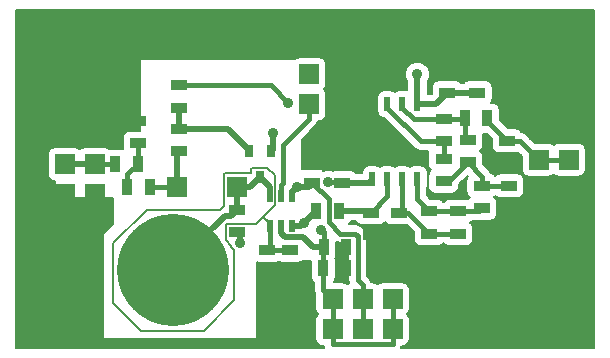
<source format=gbr>
G04 #@! TF.FileFunction,Copper,L2,Bot,Signal*
%FSLAX46Y46*%
G04 Gerber Fmt 4.6, Leading zero omitted, Abs format (unit mm)*
G04 Created by KiCad (PCBNEW 0.201503230816+5530~22~ubuntu14.04.1-product) date Po 23. březen 2015, 23:49:16 CET*
%MOMM*%
G01*
G04 APERTURE LIST*
%ADD10C,0.100000*%
%ADD11R,1.397000X0.889000*%
%ADD12C,9.480265*%
%ADD13R,0.889000X1.397000*%
%ADD14R,1.651000X1.651000*%
%ADD15C,6.000000*%
%ADD16R,0.800100X1.000760*%
%ADD17R,0.508000X1.143000*%
%ADD18R,0.500000X1.000760*%
%ADD19R,0.501040X1.000760*%
%ADD20C,0.889000*%
%ADD21C,0.500000*%
%ADD22C,0.400000*%
%ADD23C,0.200000*%
%ADD24C,0.130000*%
G04 APERTURE END LIST*
D10*
D11*
X19685000Y10731500D03*
X19685000Y12636500D03*
X26035000Y14922500D03*
X26035000Y16827500D03*
D12*
X14249400Y7531100D03*
D11*
X14732000Y19494500D03*
X14732000Y17589500D03*
X24130000Y9207500D03*
X24130000Y7302500D03*
X40005000Y22542500D03*
X40005000Y24447500D03*
X37465000Y22542500D03*
X37465000Y24447500D03*
D13*
X26987500Y9525000D03*
X28892500Y9525000D03*
X28257500Y12573000D03*
X26352500Y12573000D03*
D11*
X28575000Y14922500D03*
X28575000Y16827500D03*
D13*
X26962100Y7670800D03*
X28867100Y7670800D03*
D11*
X35941000Y10604500D03*
X35941000Y12509500D03*
X42672000Y12763500D03*
X42672000Y14668500D03*
X37134800Y18427700D03*
X37134800Y20332700D03*
D13*
X38925500Y20370800D03*
X40830500Y20370800D03*
D14*
X7620000Y13970000D03*
X7620000Y16510000D03*
X7620000Y19050000D03*
X5080000Y19050000D03*
X5080000Y16510000D03*
X5080000Y13970000D03*
X27736800Y5080000D03*
X35356800Y2540000D03*
X30276800Y2540000D03*
X35356800Y5080000D03*
X25196800Y2540000D03*
X27736800Y2540000D03*
X32816800Y2540000D03*
X25196800Y5080000D03*
X32816800Y5080000D03*
X30276800Y5080000D03*
X25781000Y21590000D03*
X25781000Y24130000D03*
X47726600Y14325600D03*
X47726600Y16865600D03*
X47726600Y19405600D03*
X45186600Y19405600D03*
X45186600Y16865600D03*
X45186600Y14325600D03*
D15*
X45720000Y5080000D03*
X45720000Y25400000D03*
X5080000Y25400000D03*
X5080000Y5080000D03*
D11*
X14732000Y21272500D03*
X14732000Y23177500D03*
D13*
X11226800Y16510000D03*
X9321800Y16510000D03*
D11*
X30988000Y10477500D03*
X30988000Y12382500D03*
X38354000Y10604500D03*
X38354000Y12509500D03*
X33401000Y10477500D03*
X33401000Y12382500D03*
X40386000Y12763500D03*
X40386000Y14668500D03*
X37134800Y15074900D03*
X37134800Y16979900D03*
X39166800Y16675100D03*
X39166800Y18580100D03*
X42519600Y18478500D03*
X42519600Y16573500D03*
D16*
X21590000Y15410180D03*
X22542500Y17609820D03*
X20637500Y17609820D03*
D14*
X14605000Y14605000D03*
X19685000Y14605000D03*
D17*
X34925000Y21590000D03*
X33655000Y21590000D03*
X32385000Y21590000D03*
X31115000Y21590000D03*
X31115000Y15240000D03*
X32385000Y15240000D03*
X33655000Y15240000D03*
X34925000Y15240000D03*
D18*
X24320500Y13843000D03*
X23368000Y13843000D03*
D19*
X22415500Y13843000D03*
D18*
X22415500Y11303000D03*
X23368000Y11303000D03*
X24320500Y11303000D03*
D11*
X22225000Y7302500D03*
X22225000Y9207500D03*
X11277600Y18262600D03*
X11277600Y20167600D03*
D13*
X12255500Y14605000D03*
X10350500Y14605000D03*
D20*
X29845000Y19050000D03*
X29819600Y21590000D03*
X28346400Y8534400D03*
X32575500Y8318500D03*
X9372600Y23596600D03*
X17297400Y27914600D03*
X22123400Y27482800D03*
X28117800Y27279600D03*
X32842200Y27381200D03*
X37846000Y26898600D03*
X27076400Y18288000D03*
X33680400Y17322800D03*
X38455600Y8813800D03*
X42113200Y10185400D03*
X6477000Y10998200D03*
X2895600Y9906000D03*
X2895600Y20980400D03*
X23139400Y6400800D03*
X22659998Y19104442D03*
X34925000Y24130000D03*
X24770447Y14599689D03*
X25307063Y11527563D03*
X19905361Y9842500D03*
X24003000Y21717000D03*
X27378002Y14986000D03*
X26797000Y10922000D03*
D21*
X14732000Y19494500D02*
X18853150Y19494500D01*
X18853150Y19494500D02*
X20637500Y17710150D01*
X20637500Y17710150D02*
X20637500Y17609820D01*
D22*
X14752320Y19514820D02*
X14732000Y19494500D01*
D21*
X14732000Y19494500D02*
X14732000Y21272500D01*
D22*
X24130000Y9207500D02*
X22225000Y9207500D01*
D23*
X22415500Y11493500D02*
X22098000Y11811000D01*
X22415500Y11303000D02*
X22415500Y11493500D01*
D22*
X22475190Y9080500D02*
X21742400Y9080500D01*
X22415500Y11303000D02*
X22415500Y9140190D01*
X21742400Y9080500D02*
X21691600Y9131300D01*
D24*
X22860000Y13081000D02*
X22860000Y14986000D01*
D23*
X21841460Y12062460D02*
X21846540Y12062460D01*
X22860000Y13081000D02*
X21841460Y12062460D01*
X21846540Y12062460D02*
X22326600Y11582400D01*
X21255001Y11476001D02*
X21841460Y12062460D01*
X18746499Y11476001D02*
X21255001Y11476001D01*
X18686499Y11416001D02*
X18746499Y11476001D01*
X18686499Y10046999D02*
X18686499Y11416001D01*
X19160860Y9572638D02*
X18686499Y10046999D01*
X19376249Y9269750D02*
X19160860Y9485139D01*
X11493500Y2413000D02*
X16827500Y2413000D01*
X12014691Y12660133D02*
X9180001Y9825443D01*
X18542000Y12969831D02*
X18232302Y12660133D01*
X19160860Y9485139D02*
X19160860Y9572638D01*
X20750501Y15730501D02*
X18619499Y15730501D01*
X16827500Y2413000D02*
X19376249Y4961749D01*
X20810501Y15790501D02*
X20750501Y15730501D01*
X20810501Y16071113D02*
X20810501Y15790501D01*
X18619499Y15730501D02*
X18542000Y15653002D01*
X18542000Y15653002D02*
X18542000Y12969831D01*
X18232302Y12660133D02*
X12014691Y12660133D01*
X22230051Y16210561D02*
X20949949Y16210561D01*
X19376249Y4961749D02*
X19376249Y9269750D01*
X22860000Y15580612D02*
X22230051Y16210561D01*
X9180001Y9825443D02*
X9180001Y4726499D01*
X9180001Y4726499D02*
X11493500Y2413000D01*
X22860000Y14986000D02*
X22860000Y15580612D01*
X20949949Y16210561D02*
X20810501Y16071113D01*
D22*
X29819600Y19024600D02*
X29845000Y19050000D01*
X28575000Y16827500D02*
X29819600Y19024600D01*
X29819600Y21590000D02*
X31115000Y21590000D01*
X23520400Y6756400D02*
X25196800Y5080000D01*
X23520400Y7150100D02*
X23520400Y6756400D01*
X25196800Y5080000D02*
X25196800Y2540000D01*
X30988000Y10477500D02*
X33401000Y10477500D01*
X28892500Y9080500D02*
X28346400Y8534400D01*
X28892500Y9525000D02*
X28892500Y9080500D01*
X30988000Y10477500D02*
X31242000Y10477500D01*
X31242000Y10477500D02*
X32575500Y9144000D01*
X32575500Y9144000D02*
X32575500Y8947117D01*
X32575500Y8947117D02*
X32575500Y8318500D01*
X7620000Y21844000D02*
X9372600Y23596600D01*
X7620000Y19050000D02*
X7620000Y21844000D01*
X21691600Y27914600D02*
X22123400Y27482800D01*
X17297400Y27914600D02*
X21691600Y27914600D01*
X32740600Y27279600D02*
X32842200Y27381200D01*
X28117800Y27279600D02*
X32740600Y27279600D01*
X37846000Y26606500D02*
X40005000Y24447500D01*
X37846000Y26898600D02*
X37846000Y26606500D01*
X26035000Y17246600D02*
X27076400Y18288000D01*
X26035000Y16827500D02*
X26035000Y17246600D01*
X37960300Y8318500D02*
X38455600Y8813800D01*
X32575500Y8318500D02*
X37960300Y8318500D01*
X42113200Y12204700D02*
X42672000Y12763500D01*
X42113200Y10185400D02*
X42113200Y12204700D01*
X7620000Y12141200D02*
X6477000Y10998200D01*
X7620000Y13970000D02*
X7620000Y12141200D01*
X2895600Y9906000D02*
X2895600Y20980400D01*
X23126700Y6400800D02*
X22225000Y7302500D01*
X23139400Y6400800D02*
X23126700Y6400800D01*
D21*
X22659998Y19104442D02*
X22659998Y17727318D01*
X22659998Y17727318D02*
X22542500Y17609820D01*
X34925000Y24130000D02*
X34925000Y21590000D01*
X24770447Y14599689D02*
X25712189Y14599689D01*
X25712189Y14599689D02*
X26035000Y14922500D01*
X24320500Y13843000D02*
X24320500Y14149742D01*
X24320500Y14149742D02*
X24770447Y14599689D01*
X34925000Y21590000D02*
X36512500Y21590000D01*
X36512500Y21590000D02*
X37465000Y22542500D01*
X40005000Y22542500D02*
X37465000Y22542500D01*
D22*
X30276800Y2540000D02*
X30276800Y5080000D01*
X29657001Y10623501D02*
X29889499Y10391003D01*
X28390899Y10623501D02*
X29657001Y10623501D01*
X30276800Y6305500D02*
X30276800Y5080000D01*
X27412999Y11601401D02*
X28390899Y10623501D01*
X29889499Y6692801D02*
X30276800Y6305500D01*
X27412999Y13544501D02*
X27412999Y11601401D01*
X26035000Y14922500D02*
X27412999Y13544501D01*
X29889499Y10391003D02*
X29889499Y6692801D01*
X24320500Y13843000D02*
X24320500Y13906500D01*
D21*
X25082500Y11303000D02*
X25307063Y11527563D01*
X25307063Y11527563D02*
X26352500Y12573000D01*
X24320500Y11303000D02*
X25082500Y11303000D01*
X19685000Y10668000D02*
X19685000Y10671991D01*
X19704487Y10671991D02*
X19685000Y10671991D01*
X19905361Y10471117D02*
X19704487Y10671991D01*
X19905361Y9842500D02*
X19905361Y10471117D01*
D22*
X14732000Y23177500D02*
X22542500Y23177500D01*
X22542500Y23177500D02*
X24003000Y21717000D01*
X27378002Y14986000D02*
X28511500Y14986000D01*
X28511500Y14986000D02*
X28575000Y14922500D01*
X26987500Y9525000D02*
X26987500Y10731500D01*
X26987500Y10731500D02*
X26797000Y10922000D01*
D21*
X28575000Y14922500D02*
X28206065Y14922500D01*
X23368000Y11303000D02*
X23368000Y10695118D01*
X23368000Y10695118D02*
X23710499Y10352619D01*
X23710499Y10352619D02*
X25215381Y10352619D01*
X25215381Y10352619D02*
X26043000Y9525000D01*
X14795500Y23114000D02*
X14732000Y23177500D01*
D22*
X26962100Y5854700D02*
X27736800Y5080000D01*
X26962100Y7670800D02*
X26962100Y5854700D01*
X26962100Y9499600D02*
X26987500Y9525000D01*
X26962100Y7670800D02*
X26962100Y9499600D01*
D21*
X26987500Y9525000D02*
X26043000Y9525000D01*
D22*
X27736800Y5080000D02*
X27736800Y2540000D01*
X32816800Y1314500D02*
X32816800Y2540000D01*
X27736801Y1314499D02*
X32816800Y1314500D01*
X27736800Y2540000D02*
X27736801Y1314499D01*
X32816800Y2540000D02*
X32816800Y5080000D01*
D21*
X28575000Y14922500D02*
X28206700Y14922500D01*
X30797500Y14922500D02*
X31115000Y15240000D01*
X28575000Y14922500D02*
X30797500Y14922500D01*
D22*
X30988000Y12382500D02*
X32385000Y13779500D01*
X32385000Y13779500D02*
X32385000Y15461000D01*
D21*
X28257500Y12573000D02*
X30797500Y12573000D01*
X30797500Y12573000D02*
X30988000Y12382500D01*
D22*
X35941000Y10604500D02*
X38354000Y10604500D01*
X33401000Y12382500D02*
X34163000Y12382500D01*
X34163000Y12382500D02*
X35941000Y10604500D01*
X33655000Y15461000D02*
X33655000Y12636500D01*
X33655000Y12636500D02*
X33401000Y12382500D01*
X35941000Y12509500D02*
X38354000Y12509500D01*
X34925000Y15461000D02*
X34925000Y13525500D01*
X34925000Y13525500D02*
X35941000Y12509500D01*
X40132000Y12509500D02*
X40386000Y12763500D01*
X38354000Y12509500D02*
X40132000Y12509500D01*
X40132000Y14922500D02*
X40386000Y14668500D01*
X37566600Y15074900D02*
X39166800Y16675100D01*
X37134800Y15074900D02*
X37566600Y15074900D01*
X40386000Y15455900D02*
X39166800Y16675100D01*
X40386000Y14668500D02*
X40386000Y15455900D01*
X42672000Y14668500D02*
X40386000Y14668500D01*
X32385000Y21272500D02*
X32385000Y21590000D01*
X35229800Y18427700D02*
X32385000Y21272500D01*
X37134800Y18427700D02*
X35229800Y18427700D01*
X37134800Y16979900D02*
X37134800Y18427700D01*
X36036300Y20332700D02*
X37134800Y20332700D01*
X34594800Y20332700D02*
X36036300Y20332700D01*
X33655000Y21272500D02*
X34594800Y20332700D01*
X33655000Y21590000D02*
X33655000Y21272500D01*
X38887400Y20332700D02*
X38925500Y20370800D01*
X37134800Y20332700D02*
X38887400Y20332700D01*
X38925500Y18821400D02*
X39166800Y18580100D01*
X38925500Y20370800D02*
X38925500Y18821400D01*
X40830500Y20167600D02*
X42519600Y18478500D01*
X40830500Y20370800D02*
X40830500Y20167600D01*
X43573700Y18478500D02*
X45186600Y16865600D01*
X42519600Y18478500D02*
X43573700Y18478500D01*
X45186600Y16865600D02*
X47726600Y16865600D01*
X23368000Y13843000D02*
X23368000Y14743380D01*
X23368000Y14743380D02*
X23504499Y14879879D01*
X25781000Y20364500D02*
X25781000Y21590000D01*
X23504499Y14879879D02*
X23504499Y18087999D01*
X23504499Y18087999D02*
X25781000Y20364500D01*
X9321800Y16510000D02*
X7620000Y16510000D01*
D21*
X5080000Y16510000D02*
X7620000Y16510000D01*
D22*
X12255500Y14605000D02*
X14605000Y14605000D01*
D21*
X14605000Y14605000D02*
X14605000Y16564490D01*
X14605000Y16564490D02*
X14605000Y17462500D01*
X14605000Y17462500D02*
X14732000Y17589500D01*
X22415500Y13843000D02*
X22415500Y14584680D01*
X22415500Y14584680D02*
X21590000Y15410180D01*
X13978000Y7620000D02*
X13970000Y7620000D01*
X14478000Y7747000D02*
X14478000Y8249833D01*
X20784820Y14605000D02*
X19685000Y14605000D01*
X21590000Y15410180D02*
X20784820Y14605000D01*
X14025500Y7620000D02*
X13970000Y7620000D01*
X19685000Y12636500D02*
X19685000Y14605000D01*
X14427200Y7934533D02*
X14427200Y7493000D01*
X18602790Y12110123D02*
X14427200Y7934533D01*
X19158623Y12110123D02*
X18602790Y12110123D01*
X19685000Y12636500D02*
X19158623Y12110123D01*
D22*
X11277600Y18262600D02*
X11277600Y16560800D01*
X11277600Y16560800D02*
X11226800Y16510000D01*
X10350500Y14605000D02*
X10350500Y15633700D01*
X10350500Y15633700D02*
X11226800Y16510000D01*
D23*
G36*
X29134804Y6424814D02*
X29015716Y6346586D01*
X29007635Y6334615D01*
X29003386Y6341084D01*
X28801326Y6477476D01*
X28562300Y6525411D01*
X27833349Y6525411D01*
X27842184Y6531214D01*
X27978576Y6733274D01*
X28026511Y6972300D01*
X28026511Y8369300D01*
X27988599Y8564695D01*
X28003976Y8587474D01*
X28051911Y8826500D01*
X28051911Y9896904D01*
X28081690Y9877007D01*
X28081691Y9877006D01*
X28390899Y9815501D01*
X29081499Y9815501D01*
X29081499Y6692801D01*
X29134804Y6424814D01*
X29134804Y6424814D01*
G37*
X29134804Y6424814D02*
X29015716Y6346586D01*
X29007635Y6334615D01*
X29003386Y6341084D01*
X28801326Y6477476D01*
X28562300Y6525411D01*
X27833349Y6525411D01*
X27842184Y6531214D01*
X27978576Y6733274D01*
X28026511Y6972300D01*
X28026511Y8369300D01*
X27988599Y8564695D01*
X28003976Y8587474D01*
X28051911Y8826500D01*
X28051911Y9896904D01*
X28081690Y9877007D01*
X28081691Y9877006D01*
X28390899Y9815501D01*
X29081499Y9815501D01*
X29081499Y6692801D01*
X29134804Y6424814D01*
G36*
X49886000Y914000D02*
X33502295Y914000D01*
X33563295Y1005292D01*
X33581057Y1094589D01*
X33642300Y1094589D01*
X33874128Y1139569D01*
X34077884Y1273414D01*
X34214276Y1475474D01*
X34262211Y1714500D01*
X34262211Y3365500D01*
X34217231Y3597328D01*
X34083386Y3801084D01*
X34071414Y3809165D01*
X34077884Y3813414D01*
X34214276Y4015474D01*
X34262211Y4254500D01*
X34262211Y5905500D01*
X34217231Y6137328D01*
X34083386Y6341084D01*
X33881326Y6477476D01*
X33642300Y6525411D01*
X31991300Y6525411D01*
X31759472Y6480431D01*
X31555716Y6346586D01*
X31547635Y6334615D01*
X31543386Y6341084D01*
X31341326Y6477476D01*
X31102300Y6525411D01*
X31041057Y6525411D01*
X31033499Y6563409D01*
X31023295Y6614708D01*
X31023295Y6614709D01*
X30848142Y6876842D01*
X30848142Y6876843D01*
X30697499Y7027485D01*
X30697499Y10391003D01*
X30635994Y10700211D01*
X30460841Y10962345D01*
X30228343Y11194843D01*
X29966210Y11369996D01*
X29657001Y11431501D01*
X29134671Y11431501D01*
X29137584Y11433414D01*
X29273976Y11635474D01*
X29289924Y11715000D01*
X29712856Y11715000D01*
X29714569Y11706172D01*
X29848414Y11502416D01*
X30050474Y11366024D01*
X30289500Y11318089D01*
X31686500Y11318089D01*
X31918328Y11363069D01*
X32122084Y11496914D01*
X32194528Y11604238D01*
X32261414Y11502416D01*
X32463474Y11366024D01*
X32702500Y11318089D01*
X34084727Y11318089D01*
X34622589Y10780227D01*
X34622589Y10160000D01*
X34667569Y9928172D01*
X34801414Y9724416D01*
X35003474Y9588024D01*
X35242500Y9540089D01*
X36639500Y9540089D01*
X36871328Y9585069D01*
X37075084Y9718914D01*
X37127455Y9796500D01*
X37167062Y9796500D01*
X37214414Y9724416D01*
X37416474Y9588024D01*
X37655500Y9540089D01*
X39052500Y9540089D01*
X39284328Y9585069D01*
X39488084Y9718914D01*
X39624476Y9920974D01*
X39672411Y10160000D01*
X39672411Y11049000D01*
X39627431Y11280828D01*
X39493586Y11484584D01*
X39386262Y11557029D01*
X39488084Y11623914D01*
X39540455Y11701500D01*
X39675477Y11701500D01*
X39687500Y11699089D01*
X41084500Y11699089D01*
X41316328Y11744069D01*
X41520084Y11877914D01*
X41656476Y12079974D01*
X41704411Y12319000D01*
X41704411Y13208000D01*
X41659431Y13439828D01*
X41525586Y13643584D01*
X41418262Y13716029D01*
X41520084Y13782914D01*
X41528164Y13794886D01*
X41532414Y13788416D01*
X41734474Y13652024D01*
X41973500Y13604089D01*
X43370500Y13604089D01*
X43602328Y13649069D01*
X43806084Y13782914D01*
X43942476Y13984974D01*
X43990411Y14224000D01*
X43990411Y15113000D01*
X43945431Y15344828D01*
X43811586Y15548584D01*
X43609526Y15684976D01*
X43370500Y15732911D01*
X41973500Y15732911D01*
X41741672Y15687931D01*
X41537916Y15554086D01*
X41529835Y15542115D01*
X41525586Y15548584D01*
X41323526Y15684976D01*
X41141159Y15721549D01*
X41132495Y15765108D01*
X41132495Y15765109D01*
X40957342Y16027242D01*
X40485211Y16499373D01*
X40485211Y17119600D01*
X40440231Y17351428D01*
X40306386Y17555184D01*
X40199062Y17627629D01*
X40300884Y17694514D01*
X40437276Y17896574D01*
X40485211Y18135600D01*
X40485211Y19024600D01*
X40479819Y19052389D01*
X40803027Y19052389D01*
X41201189Y18654227D01*
X41201189Y18034000D01*
X41246169Y17802172D01*
X41380014Y17598416D01*
X41582074Y17462024D01*
X41821100Y17414089D01*
X43218100Y17414089D01*
X43449928Y17459069D01*
X43450241Y17459275D01*
X43741189Y17168327D01*
X43741189Y16040100D01*
X43786169Y15808272D01*
X43920014Y15604516D01*
X44122074Y15468124D01*
X44361100Y15420189D01*
X46012100Y15420189D01*
X46243928Y15465169D01*
X46447684Y15599014D01*
X46455764Y15610986D01*
X46460014Y15604516D01*
X46662074Y15468124D01*
X46901100Y15420189D01*
X48552100Y15420189D01*
X48783928Y15465169D01*
X48987684Y15599014D01*
X49124076Y15801074D01*
X49172011Y16040100D01*
X49172011Y17691100D01*
X49127031Y17922928D01*
X48993186Y18126684D01*
X48791126Y18263076D01*
X48552100Y18311011D01*
X46901100Y18311011D01*
X46669272Y18266031D01*
X46465516Y18132186D01*
X46457435Y18120215D01*
X46453186Y18126684D01*
X46251126Y18263076D01*
X46012100Y18311011D01*
X44883873Y18311011D01*
X44145042Y19049842D01*
X43882909Y19224995D01*
X43726502Y19256106D01*
X43659186Y19358584D01*
X43457126Y19494976D01*
X43218100Y19542911D01*
X42597873Y19542911D01*
X41894911Y20245873D01*
X41894911Y21069300D01*
X41849931Y21301128D01*
X41716086Y21504884D01*
X41514026Y21641276D01*
X41275000Y21689211D01*
X41160884Y21689211D01*
X41275476Y21858974D01*
X41323411Y22098000D01*
X41323411Y22987000D01*
X41278431Y23218828D01*
X41144586Y23422584D01*
X40942526Y23558976D01*
X40703500Y23606911D01*
X39306500Y23606911D01*
X39074672Y23561931D01*
X38870916Y23428086D01*
X38852295Y23400500D01*
X38619092Y23400500D01*
X38604586Y23422584D01*
X38402526Y23558976D01*
X38163500Y23606911D01*
X36766500Y23606911D01*
X36534672Y23561931D01*
X36330916Y23428086D01*
X36194524Y23226026D01*
X36146589Y22987000D01*
X36146589Y22448000D01*
X35783000Y22448000D01*
X35783000Y23499341D01*
X35816746Y23533028D01*
X35977317Y23919726D01*
X35977683Y24338437D01*
X35817787Y24725415D01*
X35521972Y25021746D01*
X35135274Y25182317D01*
X34716563Y25182683D01*
X34329585Y25022787D01*
X34033254Y24726972D01*
X33872683Y24340274D01*
X33872317Y23921563D01*
X34032213Y23534585D01*
X34067000Y23499737D01*
X34067000Y22749725D01*
X33909000Y22781411D01*
X33401000Y22781411D01*
X33169172Y22736431D01*
X33019400Y22638048D01*
X32878026Y22733476D01*
X32639000Y22781411D01*
X32131000Y22781411D01*
X31899172Y22736431D01*
X31695416Y22602586D01*
X31559024Y22400526D01*
X31511089Y22161500D01*
X31511089Y21018500D01*
X31556069Y20786672D01*
X31689914Y20582916D01*
X31891974Y20446524D01*
X32112521Y20402295D01*
X34658458Y17856358D01*
X34920592Y17681205D01*
X35229800Y17619700D01*
X35855555Y17619700D01*
X35816389Y17424400D01*
X35816389Y16535400D01*
X35861369Y16303572D01*
X35995214Y16099816D01*
X36102537Y16027372D01*
X36000716Y15960486D01*
X35864324Y15758426D01*
X35816389Y15519400D01*
X35816389Y14630400D01*
X35861369Y14398572D01*
X35995214Y14194816D01*
X36197274Y14058424D01*
X36436300Y14010489D01*
X37833300Y14010489D01*
X38065128Y14055469D01*
X38268884Y14189314D01*
X38405276Y14391374D01*
X38453211Y14630400D01*
X38453211Y14818827D01*
X39166800Y15532416D01*
X39208882Y15490334D01*
X39115524Y15352026D01*
X39067589Y15113000D01*
X39067589Y14224000D01*
X39112569Y13992172D01*
X39246414Y13788416D01*
X39353737Y13715972D01*
X39251916Y13649086D01*
X39183446Y13547651D01*
X39052500Y13573911D01*
X37655500Y13573911D01*
X37423672Y13528931D01*
X37219916Y13395086D01*
X37167544Y13317500D01*
X37127937Y13317500D01*
X37080586Y13389584D01*
X36878526Y13525976D01*
X36639500Y13573911D01*
X36019273Y13573911D01*
X35733000Y13860184D01*
X35733000Y14402844D01*
X35750976Y14429474D01*
X35798911Y14668500D01*
X35798911Y15811500D01*
X35753931Y16043328D01*
X35620086Y16247084D01*
X35418026Y16383476D01*
X35179000Y16431411D01*
X34671000Y16431411D01*
X34439172Y16386431D01*
X34289400Y16288048D01*
X34148026Y16383476D01*
X33909000Y16431411D01*
X33401000Y16431411D01*
X33169172Y16386431D01*
X33019400Y16288048D01*
X32878026Y16383476D01*
X32639000Y16431411D01*
X32131000Y16431411D01*
X31899172Y16386431D01*
X31749400Y16288048D01*
X31608026Y16383476D01*
X31369000Y16431411D01*
X30861000Y16431411D01*
X30629172Y16386431D01*
X30425416Y16252586D01*
X30289024Y16050526D01*
X30241089Y15811500D01*
X30241089Y15780500D01*
X29729092Y15780500D01*
X29714586Y15802584D01*
X29512526Y15938976D01*
X29273500Y15986911D01*
X27876500Y15986911D01*
X27764437Y15965169D01*
X27588276Y16038317D01*
X27169565Y16038683D01*
X26942721Y15944954D01*
X26897000Y15954123D01*
X26897000Y16102000D01*
X25119000Y16102000D01*
X25119000Y18559816D01*
X26352342Y19793158D01*
X26352343Y19793158D01*
X26527495Y20055292D01*
X26545257Y20144589D01*
X26606500Y20144589D01*
X26838328Y20189569D01*
X27042084Y20323414D01*
X27178476Y20525474D01*
X27226411Y20764500D01*
X27226411Y22415500D01*
X27181431Y22647328D01*
X27047586Y22851084D01*
X27035614Y22859165D01*
X27042084Y22863414D01*
X27178476Y23065474D01*
X27226411Y23304500D01*
X27226411Y24955500D01*
X27181431Y25187328D01*
X27047586Y25391084D01*
X26845526Y25527476D01*
X26606500Y25575411D01*
X24955500Y25575411D01*
X24723672Y25530431D01*
X24519916Y25396586D01*
X24503995Y25373000D01*
X11457000Y25373000D01*
X11457000Y19327011D01*
X10579100Y19327011D01*
X10347272Y19282031D01*
X10143516Y19148186D01*
X10007124Y18946126D01*
X9959189Y18707100D01*
X9959189Y17818100D01*
X9964916Y17788580D01*
X9766300Y17828411D01*
X8877300Y17828411D01*
X8818546Y17817012D01*
X8684526Y17907476D01*
X8445500Y17955411D01*
X6794500Y17955411D01*
X6562672Y17910431D01*
X6358916Y17776586D01*
X6350835Y17764615D01*
X6346586Y17771084D01*
X6144526Y17907476D01*
X5905500Y17955411D01*
X4254500Y17955411D01*
X4022672Y17910431D01*
X3818916Y17776586D01*
X3682524Y17574526D01*
X3634589Y17335500D01*
X3634589Y15684500D01*
X3679569Y15452672D01*
X3813414Y15248916D01*
X4015474Y15112524D01*
X4218000Y15071909D01*
X4218000Y13616000D01*
X9171000Y13616000D01*
X9171000Y11471421D01*
X8282000Y10582421D01*
X8282000Y1678000D01*
X21334400Y1678000D01*
X21334400Y8181614D01*
X21526500Y8143089D01*
X22923500Y8143089D01*
X23155328Y8188069D01*
X23176372Y8201893D01*
X23192474Y8191024D01*
X23431500Y8143089D01*
X24828500Y8143089D01*
X25060328Y8188069D01*
X25203321Y8282000D01*
X25897689Y8282000D01*
X25897689Y6972300D01*
X25942669Y6740472D01*
X26076514Y6536716D01*
X26154100Y6484345D01*
X26154100Y5854700D01*
X26215605Y5545491D01*
X26291389Y5432073D01*
X26291389Y4254500D01*
X26336369Y4022672D01*
X26470214Y3818916D01*
X26482185Y3810836D01*
X26475716Y3806586D01*
X26339324Y3604526D01*
X26291389Y3365500D01*
X26291389Y1714500D01*
X26336369Y1482672D01*
X26470214Y1278916D01*
X26672274Y1142524D01*
X26911300Y1094589D01*
X26972543Y1094589D01*
X26990306Y1005290D01*
X27051304Y914000D01*
X914000Y914000D01*
X914000Y29566000D01*
X49886000Y29566000D01*
X49886000Y914000D01*
X49886000Y914000D01*
G37*
X49886000Y914000D02*
X33502295Y914000D01*
X33563295Y1005292D01*
X33581057Y1094589D01*
X33642300Y1094589D01*
X33874128Y1139569D01*
X34077884Y1273414D01*
X34214276Y1475474D01*
X34262211Y1714500D01*
X34262211Y3365500D01*
X34217231Y3597328D01*
X34083386Y3801084D01*
X34071414Y3809165D01*
X34077884Y3813414D01*
X34214276Y4015474D01*
X34262211Y4254500D01*
X34262211Y5905500D01*
X34217231Y6137328D01*
X34083386Y6341084D01*
X33881326Y6477476D01*
X33642300Y6525411D01*
X31991300Y6525411D01*
X31759472Y6480431D01*
X31555716Y6346586D01*
X31547635Y6334615D01*
X31543386Y6341084D01*
X31341326Y6477476D01*
X31102300Y6525411D01*
X31041057Y6525411D01*
X31033499Y6563409D01*
X31023295Y6614708D01*
X31023295Y6614709D01*
X30848142Y6876842D01*
X30848142Y6876843D01*
X30697499Y7027485D01*
X30697499Y10391003D01*
X30635994Y10700211D01*
X30460841Y10962345D01*
X30228343Y11194843D01*
X29966210Y11369996D01*
X29657001Y11431501D01*
X29134671Y11431501D01*
X29137584Y11433414D01*
X29273976Y11635474D01*
X29289924Y11715000D01*
X29712856Y11715000D01*
X29714569Y11706172D01*
X29848414Y11502416D01*
X30050474Y11366024D01*
X30289500Y11318089D01*
X31686500Y11318089D01*
X31918328Y11363069D01*
X32122084Y11496914D01*
X32194528Y11604238D01*
X32261414Y11502416D01*
X32463474Y11366024D01*
X32702500Y11318089D01*
X34084727Y11318089D01*
X34622589Y10780227D01*
X34622589Y10160000D01*
X34667569Y9928172D01*
X34801414Y9724416D01*
X35003474Y9588024D01*
X35242500Y9540089D01*
X36639500Y9540089D01*
X36871328Y9585069D01*
X37075084Y9718914D01*
X37127455Y9796500D01*
X37167062Y9796500D01*
X37214414Y9724416D01*
X37416474Y9588024D01*
X37655500Y9540089D01*
X39052500Y9540089D01*
X39284328Y9585069D01*
X39488084Y9718914D01*
X39624476Y9920974D01*
X39672411Y10160000D01*
X39672411Y11049000D01*
X39627431Y11280828D01*
X39493586Y11484584D01*
X39386262Y11557029D01*
X39488084Y11623914D01*
X39540455Y11701500D01*
X39675477Y11701500D01*
X39687500Y11699089D01*
X41084500Y11699089D01*
X41316328Y11744069D01*
X41520084Y11877914D01*
X41656476Y12079974D01*
X41704411Y12319000D01*
X41704411Y13208000D01*
X41659431Y13439828D01*
X41525586Y13643584D01*
X41418262Y13716029D01*
X41520084Y13782914D01*
X41528164Y13794886D01*
X41532414Y13788416D01*
X41734474Y13652024D01*
X41973500Y13604089D01*
X43370500Y13604089D01*
X43602328Y13649069D01*
X43806084Y13782914D01*
X43942476Y13984974D01*
X43990411Y14224000D01*
X43990411Y15113000D01*
X43945431Y15344828D01*
X43811586Y15548584D01*
X43609526Y15684976D01*
X43370500Y15732911D01*
X41973500Y15732911D01*
X41741672Y15687931D01*
X41537916Y15554086D01*
X41529835Y15542115D01*
X41525586Y15548584D01*
X41323526Y15684976D01*
X41141159Y15721549D01*
X41132495Y15765108D01*
X41132495Y15765109D01*
X40957342Y16027242D01*
X40485211Y16499373D01*
X40485211Y17119600D01*
X40440231Y17351428D01*
X40306386Y17555184D01*
X40199062Y17627629D01*
X40300884Y17694514D01*
X40437276Y17896574D01*
X40485211Y18135600D01*
X40485211Y19024600D01*
X40479819Y19052389D01*
X40803027Y19052389D01*
X41201189Y18654227D01*
X41201189Y18034000D01*
X41246169Y17802172D01*
X41380014Y17598416D01*
X41582074Y17462024D01*
X41821100Y17414089D01*
X43218100Y17414089D01*
X43449928Y17459069D01*
X43450241Y17459275D01*
X43741189Y17168327D01*
X43741189Y16040100D01*
X43786169Y15808272D01*
X43920014Y15604516D01*
X44122074Y15468124D01*
X44361100Y15420189D01*
X46012100Y15420189D01*
X46243928Y15465169D01*
X46447684Y15599014D01*
X46455764Y15610986D01*
X46460014Y15604516D01*
X46662074Y15468124D01*
X46901100Y15420189D01*
X48552100Y15420189D01*
X48783928Y15465169D01*
X48987684Y15599014D01*
X49124076Y15801074D01*
X49172011Y16040100D01*
X49172011Y17691100D01*
X49127031Y17922928D01*
X48993186Y18126684D01*
X48791126Y18263076D01*
X48552100Y18311011D01*
X46901100Y18311011D01*
X46669272Y18266031D01*
X46465516Y18132186D01*
X46457435Y18120215D01*
X46453186Y18126684D01*
X46251126Y18263076D01*
X46012100Y18311011D01*
X44883873Y18311011D01*
X44145042Y19049842D01*
X43882909Y19224995D01*
X43726502Y19256106D01*
X43659186Y19358584D01*
X43457126Y19494976D01*
X43218100Y19542911D01*
X42597873Y19542911D01*
X41894911Y20245873D01*
X41894911Y21069300D01*
X41849931Y21301128D01*
X41716086Y21504884D01*
X41514026Y21641276D01*
X41275000Y21689211D01*
X41160884Y21689211D01*
X41275476Y21858974D01*
X41323411Y22098000D01*
X41323411Y22987000D01*
X41278431Y23218828D01*
X41144586Y23422584D01*
X40942526Y23558976D01*
X40703500Y23606911D01*
X39306500Y23606911D01*
X39074672Y23561931D01*
X38870916Y23428086D01*
X38852295Y23400500D01*
X38619092Y23400500D01*
X38604586Y23422584D01*
X38402526Y23558976D01*
X38163500Y23606911D01*
X36766500Y23606911D01*
X36534672Y23561931D01*
X36330916Y23428086D01*
X36194524Y23226026D01*
X36146589Y22987000D01*
X36146589Y22448000D01*
X35783000Y22448000D01*
X35783000Y23499341D01*
X35816746Y23533028D01*
X35977317Y23919726D01*
X35977683Y24338437D01*
X35817787Y24725415D01*
X35521972Y25021746D01*
X35135274Y25182317D01*
X34716563Y25182683D01*
X34329585Y25022787D01*
X34033254Y24726972D01*
X33872683Y24340274D01*
X33872317Y23921563D01*
X34032213Y23534585D01*
X34067000Y23499737D01*
X34067000Y22749725D01*
X33909000Y22781411D01*
X33401000Y22781411D01*
X33169172Y22736431D01*
X33019400Y22638048D01*
X32878026Y22733476D01*
X32639000Y22781411D01*
X32131000Y22781411D01*
X31899172Y22736431D01*
X31695416Y22602586D01*
X31559024Y22400526D01*
X31511089Y22161500D01*
X31511089Y21018500D01*
X31556069Y20786672D01*
X31689914Y20582916D01*
X31891974Y20446524D01*
X32112521Y20402295D01*
X34658458Y17856358D01*
X34920592Y17681205D01*
X35229800Y17619700D01*
X35855555Y17619700D01*
X35816389Y17424400D01*
X35816389Y16535400D01*
X35861369Y16303572D01*
X35995214Y16099816D01*
X36102537Y16027372D01*
X36000716Y15960486D01*
X35864324Y15758426D01*
X35816389Y15519400D01*
X35816389Y14630400D01*
X35861369Y14398572D01*
X35995214Y14194816D01*
X36197274Y14058424D01*
X36436300Y14010489D01*
X37833300Y14010489D01*
X38065128Y14055469D01*
X38268884Y14189314D01*
X38405276Y14391374D01*
X38453211Y14630400D01*
X38453211Y14818827D01*
X39166800Y15532416D01*
X39208882Y15490334D01*
X39115524Y15352026D01*
X39067589Y15113000D01*
X39067589Y14224000D01*
X39112569Y13992172D01*
X39246414Y13788416D01*
X39353737Y13715972D01*
X39251916Y13649086D01*
X39183446Y13547651D01*
X39052500Y13573911D01*
X37655500Y13573911D01*
X37423672Y13528931D01*
X37219916Y13395086D01*
X37167544Y13317500D01*
X37127937Y13317500D01*
X37080586Y13389584D01*
X36878526Y13525976D01*
X36639500Y13573911D01*
X36019273Y13573911D01*
X35733000Y13860184D01*
X35733000Y14402844D01*
X35750976Y14429474D01*
X35798911Y14668500D01*
X35798911Y15811500D01*
X35753931Y16043328D01*
X35620086Y16247084D01*
X35418026Y16383476D01*
X35179000Y16431411D01*
X34671000Y16431411D01*
X34439172Y16386431D01*
X34289400Y16288048D01*
X34148026Y16383476D01*
X33909000Y16431411D01*
X33401000Y16431411D01*
X33169172Y16386431D01*
X33019400Y16288048D01*
X32878026Y16383476D01*
X32639000Y16431411D01*
X32131000Y16431411D01*
X31899172Y16386431D01*
X31749400Y16288048D01*
X31608026Y16383476D01*
X31369000Y16431411D01*
X30861000Y16431411D01*
X30629172Y16386431D01*
X30425416Y16252586D01*
X30289024Y16050526D01*
X30241089Y15811500D01*
X30241089Y15780500D01*
X29729092Y15780500D01*
X29714586Y15802584D01*
X29512526Y15938976D01*
X29273500Y15986911D01*
X27876500Y15986911D01*
X27764437Y15965169D01*
X27588276Y16038317D01*
X27169565Y16038683D01*
X26942721Y15944954D01*
X26897000Y15954123D01*
X26897000Y16102000D01*
X25119000Y16102000D01*
X25119000Y18559816D01*
X26352342Y19793158D01*
X26352343Y19793158D01*
X26527495Y20055292D01*
X26545257Y20144589D01*
X26606500Y20144589D01*
X26838328Y20189569D01*
X27042084Y20323414D01*
X27178476Y20525474D01*
X27226411Y20764500D01*
X27226411Y22415500D01*
X27181431Y22647328D01*
X27047586Y22851084D01*
X27035614Y22859165D01*
X27042084Y22863414D01*
X27178476Y23065474D01*
X27226411Y23304500D01*
X27226411Y24955500D01*
X27181431Y25187328D01*
X27047586Y25391084D01*
X26845526Y25527476D01*
X26606500Y25575411D01*
X24955500Y25575411D01*
X24723672Y25530431D01*
X24519916Y25396586D01*
X24503995Y25373000D01*
X11457000Y25373000D01*
X11457000Y19327011D01*
X10579100Y19327011D01*
X10347272Y19282031D01*
X10143516Y19148186D01*
X10007124Y18946126D01*
X9959189Y18707100D01*
X9959189Y17818100D01*
X9964916Y17788580D01*
X9766300Y17828411D01*
X8877300Y17828411D01*
X8818546Y17817012D01*
X8684526Y17907476D01*
X8445500Y17955411D01*
X6794500Y17955411D01*
X6562672Y17910431D01*
X6358916Y17776586D01*
X6350835Y17764615D01*
X6346586Y17771084D01*
X6144526Y17907476D01*
X5905500Y17955411D01*
X4254500Y17955411D01*
X4022672Y17910431D01*
X3818916Y17776586D01*
X3682524Y17574526D01*
X3634589Y17335500D01*
X3634589Y15684500D01*
X3679569Y15452672D01*
X3813414Y15248916D01*
X4015474Y15112524D01*
X4218000Y15071909D01*
X4218000Y13616000D01*
X9171000Y13616000D01*
X9171000Y11471421D01*
X8282000Y10582421D01*
X8282000Y1678000D01*
X21334400Y1678000D01*
X21334400Y8181614D01*
X21526500Y8143089D01*
X22923500Y8143089D01*
X23155328Y8188069D01*
X23176372Y8201893D01*
X23192474Y8191024D01*
X23431500Y8143089D01*
X24828500Y8143089D01*
X25060328Y8188069D01*
X25203321Y8282000D01*
X25897689Y8282000D01*
X25897689Y6972300D01*
X25942669Y6740472D01*
X26076514Y6536716D01*
X26154100Y6484345D01*
X26154100Y5854700D01*
X26215605Y5545491D01*
X26291389Y5432073D01*
X26291389Y4254500D01*
X26336369Y4022672D01*
X26470214Y3818916D01*
X26482185Y3810836D01*
X26475716Y3806586D01*
X26339324Y3604526D01*
X26291389Y3365500D01*
X26291389Y1714500D01*
X26336369Y1482672D01*
X26470214Y1278916D01*
X26672274Y1142524D01*
X26911300Y1094589D01*
X26972543Y1094589D01*
X26990306Y1005290D01*
X27051304Y914000D01*
X914000Y914000D01*
X914000Y29566000D01*
X49886000Y29566000D01*
X49886000Y914000D01*
M02*

</source>
